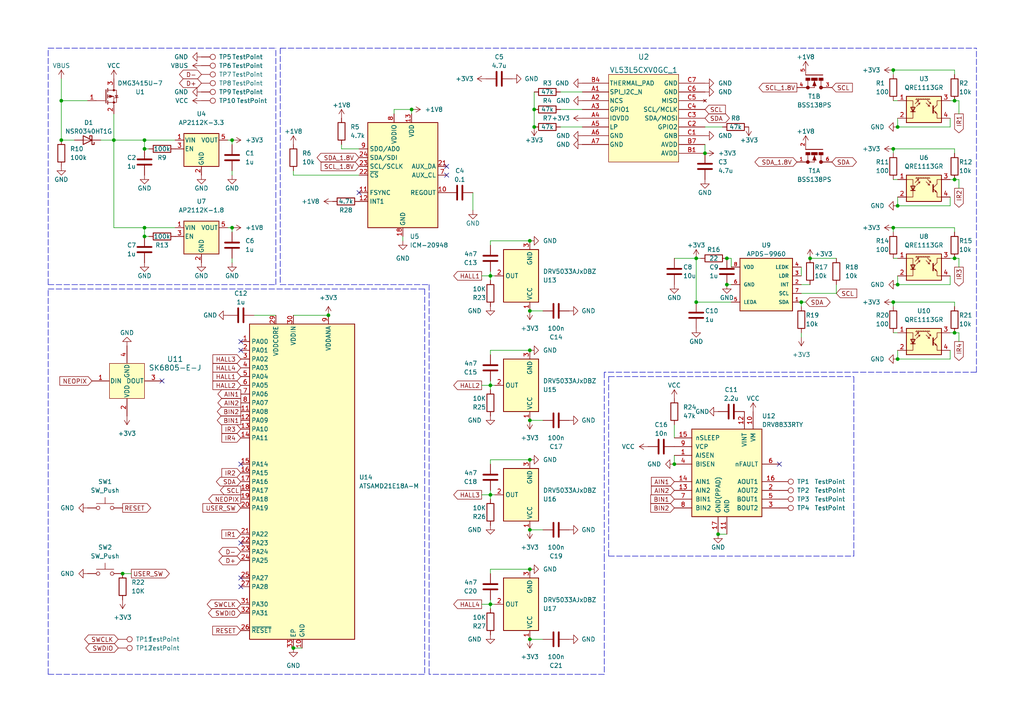
<source format=kicad_sch>
(kicad_sch (version 20211123) (generator eeschema)
  (paper "A4")
  (junction (at 153.67 165.1))
  (junction (at 67.31 66.04))
  (junction (at 154.94 36.83))
  (junction (at 260.35 36.83))
  (junction (at 95.25 91.44))
  (junction (at 17.78 29.21))
  (junction (at 201.93 74.93))
  (junction (at 41.91 40.64))
  (junction (at 41.91 66.04))
  (junction (at 276.86 74.93))
  (junction (at 153.67 153.67))
  (junction (at 41.91 68.58))
  (junction (at 276.86 52.07))
  (junction (at 259.08 66.04))
  (junction (at 260.35 82.55))
  (junction (at 142.24 175.26))
  (junction (at 259.08 87.63))
  (junction (at 153.67 69.85))
  (junction (at 153.67 101.6))
  (junction (at 153.67 133.35))
  (junction (at 276.86 29.21))
  (junction (at 142.24 111.76))
  (junction (at 154.94 31.75))
  (junction (at 201.93 87.63))
  (junction (at 232.41 87.63))
  (junction (at 210.82 74.93))
  (junction (at 142.24 143.51))
  (junction (at 119.38 31.75))
  (junction (at 153.67 121.92))
  (junction (at 210.82 82.55))
  (junction (at 204.47 44.45))
  (junction (at 17.78 40.64))
  (junction (at 153.67 185.42))
  (junction (at 35.56 166.37))
  (junction (at 153.67 90.17))
  (junction (at 142.24 80.01))
  (junction (at 85.09 187.96))
  (junction (at 260.35 104.14))
  (junction (at 234.95 74.93))
  (junction (at 276.86 96.52))
  (junction (at 259.08 43.18))
  (junction (at 33.02 40.64))
  (junction (at 259.08 20.32))
  (junction (at 260.35 59.69))
  (junction (at 41.91 43.18))
  (junction (at 195.58 134.62))
  (junction (at 208.28 154.94))
  (junction (at 67.31 40.64))
  (no_connect (at 69.85 157.48))
  (no_connect (at 69.85 167.64))
  (no_connect (at 104.14 55.88))
  (no_connect (at 129.54 50.8))
  (no_connect (at 46.99 110.49))
  (no_connect (at 69.85 134.62))
  (no_connect (at 69.85 101.6))
  (no_connect (at 129.54 48.26))
  (no_connect (at 226.06 134.62))
  (no_connect (at 69.85 99.06))
  (no_connect (at 69.85 170.18))
  (wire (pts (xy 260.35 104.14) (xy 275.59 104.14)))
  (wire (pts (xy 260.35 59.69) (xy 275.59 59.69)))
  (wire (pts (xy 153.67 69.85) (xy 142.24 69.85)))
  (wire (pts (xy 142.24 175.26) (xy 142.24 173.99)))
  (wire (pts (xy 157.48 185.42) (xy 153.67 185.42)))
  (wire (pts (xy 259.08 20.32) (xy 276.86 20.32)))
  (polyline (pts (xy 124.46 195.58) (xy 124.46 161.29)))
  (polyline (pts (xy 176.53 109.22) (xy 247.65 109.22)))
  (wire (pts (xy 259.08 74.93) (xy 260.35 74.93)))
  (wire (pts (xy 73.66 91.44) (xy 80.01 91.44)))
  (wire (pts (xy 142.24 111.76) (xy 142.24 110.49)))
  (wire (pts (xy 275.59 36.83) (xy 275.59 34.29)))
  (wire (pts (xy 114.3 31.75) (xy 114.3 33.02)))
  (wire (pts (xy 142.24 113.03) (xy 142.24 111.76)))
  (wire (pts (xy 275.59 104.14) (xy 275.59 101.6)))
  (wire (pts (xy 162.56 26.67) (xy 168.91 26.67)))
  (wire (pts (xy 35.56 166.37) (xy 38.1 166.37)))
  (wire (pts (xy 278.13 99.06) (xy 278.13 96.52)))
  (polyline (pts (xy 247.65 161.29) (xy 247.65 109.22)))
  (wire (pts (xy 278.13 52.07) (xy 276.86 52.07)))
  (wire (pts (xy 33.02 33.02) (xy 33.02 40.64)))
  (wire (pts (xy 210.82 74.93) (xy 212.09 74.93)))
  (wire (pts (xy 232.41 77.47) (xy 232.41 80.01)))
  (wire (pts (xy 85.09 187.96) (xy 87.63 187.96)))
  (wire (pts (xy 33.02 40.64) (xy 33.02 66.04)))
  (polyline (pts (xy 283.21 107.95) (xy 175.26 107.95)))
  (wire (pts (xy 114.3 31.75) (xy 119.38 31.75)))
  (wire (pts (xy 275.59 59.69) (xy 275.59 57.15)))
  (wire (pts (xy 21.59 40.64) (xy 17.78 40.64)))
  (wire (pts (xy 212.09 74.93) (xy 212.09 77.47)))
  (wire (pts (xy 153.67 101.6) (xy 142.24 101.6)))
  (polyline (pts (xy 175.26 161.29) (xy 175.26 195.58)))
  (wire (pts (xy 278.13 29.21) (xy 276.86 29.21)))
  (wire (pts (xy 233.68 87.63) (xy 232.41 87.63)))
  (wire (pts (xy 67.31 50.8) (xy 67.31 49.53)))
  (wire (pts (xy 278.13 54.61) (xy 278.13 52.07)))
  (polyline (pts (xy 175.26 161.29) (xy 175.26 161.29)))
  (polyline (pts (xy 13.97 195.58) (xy 13.97 83.82)))
  (wire (pts (xy 41.91 40.64) (xy 41.91 43.18)))
  (polyline (pts (xy 81.28 13.97) (xy 81.28 82.55)))
  (wire (pts (xy 232.41 87.63) (xy 232.41 88.9)))
  (wire (pts (xy 139.7 80.01) (xy 142.24 80.01)))
  (polyline (pts (xy 175.26 107.95) (xy 175.26 161.29)))
  (polyline (pts (xy 13.97 82.55) (xy 80.01 82.55)))
  (wire (pts (xy 142.24 133.35) (xy 142.24 134.62)))
  (polyline (pts (xy 124.46 161.29) (xy 124.46 107.95)))
  (polyline (pts (xy 124.46 82.55) (xy 124.46 107.95)))
  (wire (pts (xy 232.41 82.55) (xy 234.95 82.55)))
  (wire (pts (xy 260.35 34.29) (xy 260.35 36.83)))
  (wire (pts (xy 201.93 74.93) (xy 203.2 74.93)))
  (wire (pts (xy 85.09 91.44) (xy 95.25 91.44)))
  (wire (pts (xy 85.09 49.53) (xy 85.09 50.8)))
  (wire (pts (xy 208.28 154.94) (xy 210.82 154.94)))
  (wire (pts (xy 276.86 20.32) (xy 276.86 21.59)))
  (wire (pts (xy 43.18 43.18) (xy 41.91 43.18)))
  (wire (pts (xy 17.78 22.86) (xy 17.78 29.21)))
  (wire (pts (xy 153.67 133.35) (xy 142.24 133.35)))
  (wire (pts (xy 275.59 52.07) (xy 276.86 52.07)))
  (wire (pts (xy 278.13 29.21) (xy 278.13 33.02)))
  (wire (pts (xy 142.24 80.01) (xy 143.51 80.01)))
  (wire (pts (xy 142.24 144.78) (xy 142.24 143.51)))
  (wire (pts (xy 67.31 41.91) (xy 67.31 40.64)))
  (wire (pts (xy 85.09 50.8) (xy 104.14 50.8)))
  (wire (pts (xy 210.82 82.55) (xy 212.09 82.55)))
  (wire (pts (xy 33.02 66.04) (xy 41.91 66.04)))
  (wire (pts (xy 259.08 66.04) (xy 276.86 66.04)))
  (wire (pts (xy 278.13 74.93) (xy 276.86 74.93)))
  (wire (pts (xy 232.41 96.52) (xy 232.41 97.79)))
  (wire (pts (xy 259.08 66.04) (xy 259.08 67.31)))
  (wire (pts (xy 259.08 87.63) (xy 259.08 88.9)))
  (wire (pts (xy 157.48 153.67) (xy 153.67 153.67)))
  (wire (pts (xy 260.35 82.55) (xy 275.59 82.55)))
  (wire (pts (xy 41.91 66.04) (xy 50.8 66.04)))
  (polyline (pts (xy 175.26 195.58) (xy 124.46 195.58)))
  (wire (pts (xy 260.35 101.6) (xy 260.35 104.14)))
  (wire (pts (xy 275.59 74.93) (xy 276.86 74.93)))
  (wire (pts (xy 142.24 175.26) (xy 143.51 175.26)))
  (wire (pts (xy 201.93 74.93) (xy 201.93 87.63)))
  (wire (pts (xy 259.08 43.18) (xy 276.86 43.18)))
  (polyline (pts (xy 13.97 13.97) (xy 80.01 13.97)))
  (wire (pts (xy 41.91 66.04) (xy 41.91 68.58)))
  (polyline (pts (xy 176.53 109.22) (xy 176.53 161.29)))
  (wire (pts (xy 25.4 29.21) (xy 17.78 29.21)))
  (wire (pts (xy 259.08 20.32) (xy 259.08 21.59)))
  (wire (pts (xy 66.04 40.64) (xy 67.31 40.64)))
  (wire (pts (xy 242.57 82.55) (xy 242.57 85.09)))
  (wire (pts (xy 162.56 36.83) (xy 168.91 36.83)))
  (wire (pts (xy 119.38 31.75) (xy 119.38 33.02)))
  (polyline (pts (xy 123.19 83.82) (xy 123.19 195.58)))
  (polyline (pts (xy 81.28 13.97) (xy 283.21 13.97)))
  (wire (pts (xy 99.06 41.91) (xy 99.06 43.18)))
  (wire (pts (xy 278.13 77.47) (xy 278.13 74.93)))
  (wire (pts (xy 153.67 165.1) (xy 142.24 165.1)))
  (wire (pts (xy 204.47 41.91) (xy 204.47 44.45)))
  (wire (pts (xy 142.24 80.01) (xy 142.24 78.74)))
  (wire (pts (xy 259.08 52.07) (xy 260.35 52.07)))
  (wire (pts (xy 234.95 74.93) (xy 242.57 74.93)))
  (wire (pts (xy 67.31 67.31) (xy 67.31 66.04)))
  (wire (pts (xy 142.24 111.76) (xy 143.51 111.76)))
  (wire (pts (xy 142.24 143.51) (xy 143.51 143.51)))
  (wire (pts (xy 41.91 40.64) (xy 50.8 40.64)))
  (wire (pts (xy 275.59 82.55) (xy 275.59 80.01)))
  (wire (pts (xy 142.24 69.85) (xy 142.24 71.12)))
  (wire (pts (xy 142.24 143.51) (xy 142.24 142.24)))
  (wire (pts (xy 259.08 96.52) (xy 260.35 96.52)))
  (wire (pts (xy 195.58 123.19) (xy 195.58 127)))
  (wire (pts (xy 157.48 90.17) (xy 153.67 90.17)))
  (wire (pts (xy 260.35 36.83) (xy 275.59 36.83)))
  (wire (pts (xy 139.7 175.26) (xy 142.24 175.26)))
  (polyline (pts (xy 81.28 82.55) (xy 124.46 82.55)))
  (polyline (pts (xy 13.97 195.58) (xy 123.19 195.58)))
  (wire (pts (xy 139.7 111.76) (xy 142.24 111.76)))
  (wire (pts (xy 154.94 26.67) (xy 154.94 31.75)))
  (polyline (pts (xy 13.97 83.82) (xy 123.19 83.82)))
  (wire (pts (xy 142.24 165.1) (xy 142.24 166.37)))
  (polyline (pts (xy 176.53 161.29) (xy 247.65 161.29)))
  (wire (pts (xy 29.21 40.64) (xy 33.02 40.64)))
  (wire (pts (xy 276.86 87.63) (xy 276.86 88.9)))
  (wire (pts (xy 43.18 68.58) (xy 41.91 68.58)))
  (wire (pts (xy 154.94 31.75) (xy 154.94 36.83)))
  (polyline (pts (xy 13.97 82.55) (xy 13.97 13.97)))
  (wire (pts (xy 33.02 40.64) (xy 41.91 40.64)))
  (wire (pts (xy 67.31 76.2) (xy 67.31 74.93)))
  (wire (pts (xy 17.78 29.21) (xy 17.78 40.64)))
  (wire (pts (xy 116.84 68.58) (xy 116.84 69.85)))
  (wire (pts (xy 195.58 132.08) (xy 195.58 134.62)))
  (wire (pts (xy 204.47 36.83) (xy 209.55 36.83)))
  (wire (pts (xy 275.59 96.52) (xy 276.86 96.52)))
  (wire (pts (xy 259.08 29.21) (xy 260.35 29.21)))
  (wire (pts (xy 137.16 55.88) (xy 137.16 60.96)))
  (polyline (pts (xy 80.01 82.55) (xy 80.01 13.97)))
  (polyline (pts (xy 283.21 107.95) (xy 283.21 13.97)))
  (wire (pts (xy 139.7 143.51) (xy 142.24 143.51)))
  (wire (pts (xy 66.04 66.04) (xy 67.31 66.04)))
  (wire (pts (xy 276.86 43.18) (xy 276.86 44.45)))
  (wire (pts (xy 260.35 80.01) (xy 260.35 82.55)))
  (wire (pts (xy 259.08 43.18) (xy 259.08 44.45)))
  (wire (pts (xy 157.48 121.92) (xy 153.67 121.92)))
  (wire (pts (xy 259.08 87.63) (xy 276.86 87.63)))
  (wire (pts (xy 276.86 66.04) (xy 276.86 67.31)))
  (wire (pts (xy 99.06 43.18) (xy 104.14 43.18)))
  (wire (pts (xy 142.24 176.53) (xy 142.24 175.26)))
  (wire (pts (xy 275.59 29.21) (xy 276.86 29.21)))
  (wire (pts (xy 162.56 31.75) (xy 168.91 31.75)))
  (wire (pts (xy 201.93 87.63) (xy 212.09 87.63)))
  (wire (pts (xy 260.35 57.15) (xy 260.35 59.69)))
  (wire (pts (xy 242.57 85.09) (xy 232.41 85.09)))
  (wire (pts (xy 195.58 74.93) (xy 201.93 74.93)))
  (wire (pts (xy 142.24 81.28) (xy 142.24 80.01)))
  (wire (pts (xy 142.24 101.6) (xy 142.24 102.87)))
  (wire (pts (xy 278.13 96.52) (xy 276.86 96.52)))
  (global_label "SDA_1.8V" (shape bidirectional) (at 231.14 46.99 180) (property "Intersheet References" "${INTERSHEET_REFS}" (effects hide)))
  (global_label "SDA" (shape bidirectional) (at 69.85 139.7 180) (property "Intersheet References" "${INTERSHEET_REFS}" (effects hide)))
  (global_label "HALL1" (shape input) (at 69.85 109.22 180) (property "Intersheet References" "${INTERSHEET_REFS}" (effects hide)))
  (global_label "HALL4" (shape output) (at 139.7 175.26 180) (property "Intersheet References" "${INTERSHEET_REFS}" (effects hide)))
  (global_label "HALL2" (shape input) (at 69.85 111.76 180) (property "Intersheet References" "${INTERSHEET_REFS}" (effects hide)))
  (global_label "SDA" (shape bidirectional) (at 241.3 46.99 0) (property "Intersheet References" "${INTERSHEET_REFS}" (effects hide)))
  (global_label "USER_SW" (shape input) (at 69.85 147.32 180) (property "Intersheet References" "${INTERSHEET_REFS}" (effects hide)))
  (global_label "BIN1" (shape output) (at 69.85 121.92 180) (property "Intersheet References" "${INTERSHEET_REFS}" (effects hide)))
  (global_label "IR2" (shape input) (at 69.85 137.16 180) (property "Intersheet References" "${INTERSHEET_REFS}" (effects hide)))
  (global_label "SCL" (shape input) (at 242.57 85.09 0) (property "Intersheet References" "${INTERSHEET_REFS}" (effects hide)))
  (global_label "BIN1" (shape input) (at 195.58 144.78 180) (property "Intersheet References" "${INTERSHEET_REFS}" (effects hide)))
  (global_label "RESET" (shape input) (at 69.85 182.88 180) (property "Intersheet References" "${INTERSHEET_REFS}" (effects hide)))
  (global_label "SCL_1.8V" (shape input) (at 104.14 48.26 180) (property "Intersheet References" "${INTERSHEET_REFS}" (effects hide)))
  (global_label "D-" (shape bidirectional) (at 58.42 21.59 180) (property "Intersheet References" "${INTERSHEET_REFS}" (effects hide)))
  (global_label "HALL3" (shape input) (at 69.85 104.14 180) (property "Intersheet References" "${INTERSHEET_REFS}" (effects hide)))
  (global_label "IR1" (shape input) (at 69.85 154.94 180) (property "Intersheet References" "${INTERSHEET_REFS}" (effects hide)))
  (global_label "HALL4" (shape input) (at 69.85 106.68 180) (property "Intersheet References" "${INTERSHEET_REFS}" (effects hide)))
  (global_label "SCL" (shape input) (at 204.47 31.75 0) (property "Intersheet References" "${INTERSHEET_REFS}" (effects hide)))
  (global_label "SCL" (shape input) (at 241.3 25.4 0) (property "Intersheet References" "${INTERSHEET_REFS}" (effects hide)))
  (global_label "NEOPIX" (shape input) (at 26.67 110.49 180) (property "Intersheet References" "${INTERSHEET_REFS}" (effects hide)))
  (global_label "BIN2" (shape output) (at 69.85 119.38 180) (property "Intersheet References" "${INTERSHEET_REFS}" (effects hide)))
  (global_label "SWDIO" (shape bidirectional) (at 69.85 177.8 180) (property "Intersheet References" "${INTERSHEET_REFS}" (effects hide)))
  (global_label "IR3" (shape input) (at 69.85 124.46 180) (property "Intersheet References" "${INTERSHEET_REFS}" (effects hide)))
  (global_label "SCL" (shape output) (at 69.85 142.24 180) (property "Intersheet References" "${INTERSHEET_REFS}" (effects hide)))
  (global_label "SWCLK" (shape bidirectional) (at 69.85 175.26 180) (property "Intersheet References" "${INTERSHEET_REFS}" (effects hide)))
  (global_label "USER_SW" (shape output) (at 38.1 166.37 0) (property "Intersheet References" "${INTERSHEET_REFS}" (effects hide)))
  (global_label "D+" (shape bidirectional) (at 69.85 162.56 180) (property "Intersheet References" "${INTERSHEET_REFS}" (effects hide)))
  (global_label "SDA" (shape bidirectional) (at 204.47 34.29 0) (property "Intersheet References" "${INTERSHEET_REFS}" (effects hide)))
  (global_label "AIN1" (shape output) (at 69.85 114.3 180) (property "Intersheet References" "${INTERSHEET_REFS}" (effects hide)))
  (global_label "AIN1" (shape input) (at 195.58 139.7 180) (property "Intersheet References" "${INTERSHEET_REFS}" (effects hide)))
  (global_label "IR4" (shape output) (at 278.13 99.06 270) (property "Intersheet References" "${INTERSHEET_REFS}" (effects hide)))
  (global_label "D+" (shape bidirectional) (at 58.42 24.13 180) (property "Intersheet References" "${INTERSHEET_REFS}" (effects hide)))
  (global_label "IR2" (shape output) (at 278.13 54.61 270) (property "Intersheet References" "${INTERSHEET_REFS}" (effects hide)))
  (global_label "SDA" (shape bidirectional) (at 233.68 87.63 0) (property "Intersheet References" "${INTERSHEET_REFS}" (effects hide)))
  (global_label "IR1" (shape output) (at 278.13 33.02 270) (property "Intersheet References" "${INTERSHEET_REFS}" (effects hide)))
  (global_label "HALL1" (shape output) (at 139.7 80.01 180) (property "Intersheet References" "${INTERSHEET_REFS}" (effects hide)))
  (global_label "HALL3" (shape output) (at 139.7 143.51 180) (property "Intersheet References" "${INTERSHEET_REFS}" (effects hide)))
  (global_label "IR3" (shape output) (at 278.13 77.47 270) (property "Intersheet References" "${INTERSHEET_REFS}" (effects hide)))
  (global_label "HALL2" (shape output) (at 139.7 111.76 180) (property "Intersheet References" "${INTERSHEET_REFS}" (effects hide)))
  (global_label "RESET" (shape output) (at 35.56 147.32 0) (property "Intersheet References" "${INTERSHEET_REFS}" (effects hide)))
  (global_label "SWDIO" (shape bidirectional) (at 34.29 187.96 180) (property "Intersheet References" "${INTERSHEET_REFS}" (effects hide)))
  (global_label "BIN2" (shape input) (at 195.58 147.32 180) (property "Intersheet References" "${INTERSHEET_REFS}" (effects hide)))
  (global_label "AIN2" (shape input) (at 195.58 142.24 180) (property "Intersheet References" "${INTERSHEET_REFS}" (effects hide)))
  (global_label "IR4" (shape input) (at 69.85 127 180) (property "Intersheet References" "${INTERSHEET_REFS}" (effects hide)))
  (global_label "AIN2" (shape output) (at 69.85 116.84 180) (property "Intersheet References" "${INTERSHEET_REFS}" (effects hide)))
  (global_label "SCL_1.8V" (shape output) (at 231.14 25.4 180) (property "Intersheet References" "${INTERSHEET_REFS}" (effects hide)))
  (global_label "SWCLK" (shape bidirectional) (at 34.29 185.42 180) (property "Intersheet References" "${INTERSHEET_REFS}" (effects hide)))
  (global_label "D-" (shape bidirectional) (at 69.85 160.02 180) (property "Intersheet References" "${INTERSHEET_REFS}" (effects hide)))
  (global_label "SDA_1.8V" (shape bidirectional) (at 104.14 45.72 180) (property "Intersheet References" "${INTERSHEET_REFS}" (effects hide)))
  (global_label "NEOPIX" (shape output) (at 69.85 144.78 180) (property "Intersheet References" "${INTERSHEET_REFS}" (effects hide)))
  (symbol (lib_id "power:GND") (at 195.58 134.62 270) (unit 1)
    (property "Reference" "#PWR058" (effects hide))
    (property "Value" "GND" (at 191.77 134.6199 90) (effects (justify right)))
  )
  (symbol (lib_id "Device:C") (at 161.29 121.92 270) (unit 1)
    (property "Reference" "C17" (at 161.29 129.54 90))
    (property "Value" "100n" (at 161.29 127 90))
    (property "Footprint" "Capacitor_SMD:C_0603_1608Metric" (effects hide))
  )
  (symbol (lib_id "Connector:TestPoint") (at 226.06 142.24 270) (unit 1)
    (property "Reference" "TP2" (at 231.14 142.24 90) (effects (justify left)))
    (property "Value" "TestPoint" (at 236.22 142.24 90) (effects (justify left)))
    (property "Footprint" "TestPoint:TestPoint_Pad_D1.0mm" (effects hide))
  )
  (symbol (lib_id "Device:C") (at 41.91 72.39 0) (unit 1)
    (property "Reference" "C7" (at 36.83 71.12 0) (effects (justify left)))
    (property "Value" "1u" (at 36.83 73.66 0) (effects (justify left)))
    (property "Footprint" "Capacitor_SMD:C_0603_1608Metric" (effects hide))
  )
  (symbol (lib_id "power:GND") (at 142.24 88.9 0) (unit 1)
    (property "Reference" "#PWR061" (effects hide))
    (property "Value" "GND" (at 139.7 90.1701 0) (effects (justify right)))
  )
  (symbol (lib_id "power:GND") (at 153.67 101.6 90) (unit 1)
    (property "Reference" "#PWR064" (effects hide))
    (property "Value" "GND" (at 157.48 101.5999 90) (effects (justify right)))
  )
  (symbol (lib_id "power:GND") (at 168.91 41.91 270) (unit 1)
    (property "Reference" "#PWR019" (effects hide))
    (property "Value" "GND" (at 161.29 41.91 90) (effects (justify left)))
  )
  (symbol (lib_id "Device:C") (at 142.24 74.93 180) (unit 1)
    (property "Reference" "C13" (at 138.43 76.2001 0) (effects (justify left)))
    (property "Value" "4n7" (at 138.43 73.6601 0) (effects (justify left)))
    (property "Footprint" "Capacitor_SMD:C_0603_1608Metric" (effects hide))
  )
  (symbol (lib_id "power:GND") (at 165.1 185.42 90) (unit 1)
    (property "Reference" "#PWR078" (effects hide))
    (property "Value" "GND" (at 172.72 185.42 90) (effects (justify left)))
  )
  (symbol (lib_id "Device:R") (at 158.75 26.67 270) (unit 1)
    (property "Reference" "R3" (at 158.75 24.13 90))
    (property "Value" "47k" (at 158.75 26.67 90))
    (property "Footprint" "Resistor_SMD:R_0603_1608Metric" (effects hide))
  )
  (symbol (lib_id "Device:R") (at 259.08 71.12 0) (unit 1)
    (property "Reference" "R14" (at 254 69.85 0) (effects (justify left)))
    (property "Value" "100" (at 254 72.39 0) (effects (justify left)))
    (property "Footprint" "Resistor_SMD:R_0603_1608Metric" (effects hide))
  )
  (symbol (lib_id "power:+3V3") (at 140.97 22.86 90) (unit 1)
    (property "Reference" "#PWR028" (effects hide))
    (property "Value" "+3V3" (at 132.08 22.86 90) (effects (justify right)))
  )
  (symbol (lib_id "power:GND") (at 142.24 120.65 0) (unit 1)
    (property "Reference" "#PWR066" (effects hide))
    (property "Value" "GND" (at 139.7 121.9201 0) (effects (justify right)))
  )
  (symbol (lib_id "Device:R") (at 259.08 48.26 0) (unit 1)
    (property "Reference" "R11" (at 254 46.99 0) (effects (justify left)))
    (property "Value" "100" (at 254 49.53 0) (effects (justify left)))
    (property "Footprint" "Resistor_SMD:R_0603_1608Metric" (effects hide))
  )
  (symbol (lib_id "power:GND") (at 66.04 91.44 270) (unit 1)
    (property "Reference" "#PWR050" (effects hide))
    (property "Value" "GND" (at 60.96 91.44 90))
  )
  (symbol (lib_id "Driver_Motor:DRV8833RTY") (at 210.82 137.16 0) (unit 1)
    (property "Reference" "U12" (at 220.98 120.65 0) (effects (justify left)))
    (property "Value" "DRV8833RTY" (at 220.98 123.19 0) (effects (justify left)))
    (property "Footprint" "Package_DFN_QFN:Texas_S-PWQFN-N16_EP2.1x2.1mm_ThermalVias" (effects hide))
    (property "Datasheet" "http://www.ti.com/lit/ds/symlink/drv8833.pdf" (effects hide))
  )
  (symbol (lib_id "Connector:TestPoint") (at 58.42 21.59 270) (unit 1)
    (property "Reference" "TP7" (at 63.5 21.59 90) (effects (justify left)))
    (property "Value" "TestPoint" (at 67.31 21.59 90) (effects (justify left)))
    (property "Footprint" "TestPoint:TestPoint_Pad_D1.0mm" (effects hide))
  )
  (symbol (lib_id "power:GND") (at 41.91 50.8 0) (unit 1)
    (property "Reference" "#PWR024" (effects hide))
    (property "Value" "GND" (at 41.91 54.61 0))
  )
  (symbol (lib_id "power:GND") (at 58.42 26.67 270) (unit 1)
    (property "Reference" "#PWR080" (effects hide))
    (property "Value" "GND" (at 54.61 26.6699 90) (effects (justify right)))
  )
  (symbol (lib_id "Device:C") (at 69.85 91.44 90) (unit 1)
    (property "Reference" "C12" (at 69.85 85.09 90))
    (property "Value" "1u" (at 69.85 87.63 90))
    (property "Footprint" "Capacitor_SMD:C_0603_1608Metric" (effects hide))
  )
  (symbol (lib_id "Device:R") (at 100.33 58.42 90) (unit 1)
    (property "Reference" "R28" (at 100.33 60.96 90))
    (property "Value" "4.7k" (at 100.33 58.42 90))
    (property "Footprint" "Resistor_SMD:R_0603_1608Metric" (effects hide))
  )
  (symbol (lib_id "power:GND") (at 204.47 52.07 0) (unit 1)
    (property "Reference" "#PWR030" (effects hide))
    (property "Value" "GND" (at 204.47 55.88 0))
  )
  (symbol (lib_id "power:GND") (at 67.31 76.2 0) (unit 1)
    (property "Reference" "#PWR038" (effects hide))
    (property "Value" "GND" (at 67.31 80.01 0))
  )
  (symbol (lib_id "power:GND") (at 204.47 39.37 90) (unit 1)
    (property "Reference" "#PWR018" (effects hide))
    (property "Value" "GND" (at 208.28 39.3699 90) (effects (justify right)))
  )
  (symbol (lib_id "power:GND") (at 204.47 26.67 90) (unit 1)
    (property "Reference" "#PWR08" (effects hide))
    (property "Value" "GND" (at 208.28 26.6699 90) (effects (justify right)))
  )
  (symbol (lib_id "BSS138PS:BSS138PS") (at 236.22 46.99 270) (unit 1)
    (property "Reference" "T1" (at 236.1946 49.53 90))
    (property "Value" "BSS138PS" (at 236.1946 52.07 90))
    (property "Footprint" "BSS138:SOT363" (effects hide))
  )
  (symbol (lib_id "Sensor_Proximity:QRE1113GR") (at 267.97 77.47 0) (unit 1)
    (property "Reference" "U8" (at 267.97 68.58 0))
    (property "Value" "QRE1113GR" (at 267.97 71.12 0))
    (property "Footprint" "OptoDevice:OnSemi_CASE100CY" (effects hide))
    (property "Datasheet" "http://www.onsemi.com/pub/Collateral/QRE1113-D.PDF" (effects hide))
  )
  (symbol (lib_id "Connector:TestPoint") (at 58.42 19.05 270) (unit 1)
    (property "Reference" "TP6" (at 63.5 19.05 90) (effects (justify left)))
    (property "Value" "TestPoint" (at 67.31 19.05 90) (effects (justify left)))
    (property "Footprint" "TestPoint:TestPoint_Pad_D1.0mm" (effects hide))
  )
  (symbol (lib_id "power:+1V8") (at 233.68 20.32 0) (unit 1)
    (property "Reference" "#PWR01" (effects hide))
    (property "Value" "+1V8" (at 233.68 16.51 0))
  )
  (symbol (lib_id "power:+3V3") (at 154.94 36.83 180) (unit 1)
    (property "Reference" "#PWR013" (effects hide))
    (property "Value" "+3V3" (at 154.94 40.64 0))
  )
  (symbol (lib_id "power:+1V8") (at 119.38 31.75 270) (unit 1)
    (property "Reference" "#PWR05" (effects hide))
    (property "Value" "+1V8" (at 123.19 31.7499 90) (effects (justify left)))
  )
  (symbol (lib_id "power:+3V3") (at 95.25 91.44 0) (unit 1)
    (property "Reference" "#PWR053" (effects hide))
    (property "Value" "+3V3" (at 95.25 86.36 0))
  )
  (symbol (lib_id "Device:C") (at 161.29 185.42 270) (unit 1)
    (property "Reference" "C21" (at 161.29 193.04 90))
    (property "Value" "100n" (at 161.29 190.5 90))
    (property "Footprint" "Capacitor_SMD:C_0603_1608Metric" (effects hide))
  )
  (symbol (lib_id "power:+3V3") (at 259.08 20.32 90) (unit 1)
    (property "Reference" "#PWR02" (effects hide))
    (property "Value" "+3V3" (at 252.73 20.32 90))
  )
  (symbol (lib_id "Sensor_Proximity:QRE1113GR") (at 267.97 31.75 0) (unit 1)
    (property "Reference" "U3" (at 267.97 22.86 0))
    (property "Value" "QRE1113GR" (at 267.97 25.4 0))
    (property "Footprint" "OptoDevice:OnSemi_CASE100CY" (effects hide))
    (property "Datasheet" "http://www.onsemi.com/pub/Collateral/QRE1113-D.PDF" (effects hide))
  )
  (symbol (lib_id "power:GND") (at 148.59 22.86 90) (unit 1)
    (property "Reference" "#PWR029" (effects hide))
    (property "Value" "GND" (at 156.21 22.86 90) (effects (justify left)))
  )
  (symbol (lib_id "power:+3V3") (at 232.41 97.79 180) (unit 1)
    (property "Reference" "#PWR047" (effects hide))
    (property "Value" "+3V3" (at 232.41 102.87 0))
  )
  (symbol (lib_id "Device:R") (at 85.09 45.72 180) (unit 1)
    (property "Reference" "R6" (at 87.63 44.45 0) (effects (justify right)))
    (property "Value" "10k" (at 87.63 46.99 0) (effects (justify right)))
    (property "Footprint" "Resistor_SMD:R_0603_1608Metric" (effects hide))
  )
  (symbol (lib_id "power:GND") (at 153.67 69.85 90) (unit 1)
    (property "Reference" "#PWR060" (effects hide))
    (property "Value" "GND" (at 157.48 69.8499 90) (effects (justify right)))
  )
  (symbol (lib_id "Device:C") (at 204.47 48.26 0) (unit 1)
    (property "Reference" "C3" (at 208.28 46.9899 0) (effects (justify left)))
    (property "Value" "4.7u" (at 208.28 49.5299 0) (effects (justify left)))
    (property "Footprint" "Capacitor_SMD:C_0603_1608Metric" (effects hide))
  )
  (symbol (lib_id "power:GND") (at 142.24 184.15 0) (unit 1)
    (property "Reference" "#PWR076" (effects hide))
    (property "Value" "GND" (at 139.7 185.4201 0) (effects (justify right)))
  )
  (symbol (lib_id "Device:C") (at 142.24 138.43 180) (unit 1)
    (property "Reference" "C18" (at 138.43 139.7001 0) (effects (justify left)))
    (property "Value" "4n7" (at 138.43 137.1601 0) (effects (justify left)))
    (property "Footprint" "Capacitor_SMD:C_0603_1608Metric" (effects hide))
  )
  (symbol (lib_id "Connector:TestPoint") (at 226.06 139.7 270) (unit 1)
    (property "Reference" "TP1" (at 231.14 139.7 90) (effects (justify left)))
    (property "Value" "TestPoint" (at 236.22 139.7 90) (effects (justify left)))
    (property "Footprint" "TestPoint:TestPoint_Pad_D1.0mm" (effects hide))
  )
  (symbol (lib_id "power:+3V3") (at 168.91 34.29 90) (unit 1)
    (property "Reference" "#PWR012" (effects hide))
    (property "Value" "+3V3" (at 160.02 34.29 90) (effects (justify right)))
  )
  (symbol (lib_id "Device:C") (at 210.82 78.74 0) (unit 1)
    (property "Reference" "C9" (at 205.74 77.47 0) (effects (justify left)))
    (property "Value" "1u" (at 205.74 80.01 0) (effects (justify left)))
    (property "Footprint" "Capacitor_SMD:C_0603_1608Metric" (effects hide))
  )
  (symbol (lib_id "power:GND") (at 58.42 76.2 0) (unit 1)
    (property "Reference" "#PWR037" (effects hide))
    (property "Value" "GND" (at 58.42 80.01 0))
  )
  (symbol (lib_id "power:GND") (at 165.1 90.17 90) (unit 1)
    (property "Reference" "#PWR063" (effects hide))
    (property "Value" "GND" (at 172.72 90.17 90) (effects (justify left)))
  )
  (symbol (lib_id "Device:C") (at 191.77 129.54 90) (unit 1)
    (property "Reference" "C16" (at 191.77 123.19 90))
    (property "Value" "10n" (at 191.77 125.73 90))
    (property "Footprint" "Capacitor_SMD:C_0603_1608Metric" (effects hide))
  )
  (symbol (lib_id "Device:R") (at 142.24 148.59 180) (unit 1)
    (property "Reference" "R26" (at 140.97 149.86 0) (effects (justify left)))
    (property "Value" "10K" (at 140.97 147.32 0) (effects (justify left)))
    (property "Footprint" "Resistor_SMD:R_0603_1608Metric" (effects hide))
  )
  (symbol (lib_id "Device:R") (at 35.56 170.18 0) (unit 1)
    (property "Reference" "R22" (at 38.1 168.9099 0) (effects (justify left)))
    (property "Value" "10K" (at 38.1 171.4499 0) (effects (justify left)))
    (property "Footprint" "Resistor_SMD:R_0603_1608Metric" (effects hide))
  )
  (symbol (lib_id "power:+3V3") (at 153.67 121.92 180) (unit 1)
    (property "Reference" "#PWR067" (effects hide))
    (property "Value" "+3V3" (at 153.67 127 0))
  )
  (symbol (lib_id "Device:C") (at 195.58 78.74 0) (unit 1)
    (property "Reference" "C8" (at 198.12 77.47 0) (effects (justify left)))
    (property "Value" "10u" (at 198.12 80.01 0) (effects (justify left)))
    (property "Footprint" "Capacitor_SMD:C_0603_1608Metric" (effects hide))
  )
  (symbol (lib_id "power:GND") (at 168.91 39.37 270) (unit 1)
    (property "Reference" "#PWR017" (effects hide))
    (property "Value" "GND" (at 161.29 39.37 90) (effects (justify left)))
  )
  (symbol (lib_id "power:GND") (at 58.42 50.8 0) (unit 1)
    (property "Reference" "#PWR025" (effects hide))
    (property "Value" "GND" (at 58.42 54.61 0))
  )
  (symbol (lib_id "power:VCC") (at 218.44 119.38 0) (unit 1)
    (property "Reference" "#PWR052" (effects hide))
    (property "Value" "VCC" (at 218.44 115.57 0))
  )
  (symbol (lib_id "Sensor_Magnetic:DRV5033AJxDBZ") (at 151.13 175.26 180) (unit 1)
    (property "Reference" "U17" (at 157.48 176.5301 0) (effects (justify right)))
    (property "Value" "DRV5033AJxDBZ" (at 157.48 173.9901 0) (effects (justify right)))
    (property "Footprint" "Package_TO_SOT_SMD:SOT-23" (effects hide))
    (property "Datasheet" "https://www.ti.com/lit/ds/symlink/drv5033.pdf" (effects hide))
  )
  (symbol (lib_id "power:GND") (at 195.58 82.55 0) (unit 1)
    (property "Reference" "#PWR041" (effects hide))
    (property "Value" "GND" (at 195.58 86.36 0))
  )
  (symbol (lib_id "power:VBUS") (at 17.78 22.86 0) (unit 1)
    (property "Reference" "#PWR03" (effects hide))
    (property "Value" "VBUS" (at 17.78 19.05 0))
  )
  (symbol (lib_id "Device:R") (at 99.06 38.1 180) (unit 1)
    (property "Reference" "R5" (at 101.6 36.83 0) (effects (justify right)))
    (property "Value" "4.7k" (at 101.6 39.37 0) (effects (justify right)))
    (property "Footprint" "Resistor_SMD:R_0603_1608Metric" (effects hide))
  )
  (symbol (lib_id "Switch:SW_Push") (at 30.48 147.32 0) (unit 1)
    (property "Reference" "SW1" (at 30.48 139.7 0))
    (property "Value" "SW_Push" (at 30.48 142.24 0))
    (property "Footprint" "Button_Switch_SMD:SW_Push_SPST_NO_Alps_SKRK" (effects hide))
  )
  (symbol (lib_id "Connector:TestPoint") (at 58.42 26.67 270) (unit 1)
    (property "Reference" "TP9" (at 63.5 26.67 90) (effects (justify left)))
    (property "Value" "TestPoint" (at 67.31 26.67 90) (effects (justify left)))
    (property "Footprint" "TestPoint:TestPoint_Pad_D1.0mm" (effects hide))
  )
  (symbol (lib_id "power:GND") (at 260.35 36.83 270) (unit 1)
    (property "Reference" "#PWR015" (effects hide))
    (property "Value" "GND" (at 256.54 36.8299 90) (effects (justify right)))
  )
  (symbol (lib_id "power:+3V3") (at 234.95 74.93 0) (unit 1)
    (property "Reference" "#PWR040" (effects hide))
    (property "Value" "+3V3" (at 236.22 73.66 0) (effects (justify left)))
  )
  (symbol (lib_id "Connector:TestPoint") (at 226.06 144.78 270) (unit 1)
    (property "Reference" "TP3" (at 231.14 144.78 90) (effects (justify left)))
    (property "Value" "TestPoint" (at 236.22 144.78 90) (effects (justify left)))
    (property "Footprint" "TestPoint:TestPoint_Pad_D1.0mm" (effects hide))
  )
  (symbol (lib_id "Device:C") (at 212.09 119.38 90) (unit 1)
    (property "Reference" "C11" (at 212.09 113.03 90))
    (property "Value" "2.2u" (at 212.09 115.57 90))
    (property "Footprint" "Capacitor_SMD:C_0603_1608Metric" (effects hide))
  )
  (symbol (lib_id "DMG3415U:DMG3415U-7") (at 33.02 27.94 0) (unit 1)
    (property "Reference" "U1" (at 40.64 26.67 0))
    (property "Value" "DMG3415U-7" (at 40.64 24.13 0))
    (property "Footprint" "DMG3415U:SOT95P240X105-3N" (effects hide))
    (property "MPN" "DMG3415U-7" (effects hide))
    (property "OC_FARNELL" "1843688" (effects hide))
    (property "OC_NEWARK" "12T2026" (effects hide))
    (property "SUPPLIER" "Diodes Inc" (effects hide))
    (property "PACKAGE" "SOT-23-3" (effects hide))
  )
  (symbol (lib_id "Device:C") (at 161.29 153.67 270) (unit 1)
    (property "Reference" "C19" (at 161.29 161.29 90))
    (property "Value" "100n" (at 161.29 158.75 90))
    (property "Footprint" "Capacitor_SMD:C_0603_1608Metric" (effects hide))
  )
  (symbol (lib_id "Regulator_Linear:AP2112K-3.3") (at 58.42 43.18 0) (unit 1)
    (property "Reference" "U4" (at 58.42 33.02 0))
    (property "Value" "AP2112K-3.3" (at 58.42 35.56 0))
    (property "Footprint" "Package_TO_SOT_SMD:SOT-23-5" (effects hide))
    (property "Datasheet" "https://www.diodes.com/assets/Datasheets/AP2112.pdf" (effects hide))
  )
  (symbol (lib_id "APDS-9960.:APDS-9960") (at 222.25 82.55 0) (unit 1)
    (property "Reference" "U9" (at 222.25 71.12 0))
    (property "Value" "APDS-9960" (at 222.25 73.66 0))
    (property "Footprint" "APDS-9960:APDS-9960" (effects hide))
    (property "PROD_ID" "SEN-12005" (effects hide))
  )
  (symbol (lib_id "power:+3V3") (at 201.93 74.93 0) (unit 1)
    (property "Reference" "#PWR039" (effects hide))
    (property "Value" "+3V3" (at 201.93 71.12 0))
  )
  (symbol (lib_id "Sensor_Magnetic:DRV5033AJxDBZ") (at 151.13 80.01 180) (unit 1)
    (property "Reference" "U13" (at 157.48 81.2801 0) (effects (justify right)))
    (property "Value" "DRV5033AJxDBZ" (at 157.48 78.7401 0) (effects (justify right)))
    (property "Footprint" "Package_TO_SOT_SMD:SOT-23" (effects hide))
    (property "Datasheet" "https://www.ti.com/lit/ds/symlink/drv5033.pdf" (effects hide))
  )
  (symbol (lib_id "Device:R") (at 232.41 92.71 0) (unit 1)
    (property "Reference" "R19" (at 233.68 91.44 0) (effects (justify left)))
    (property "Value" "10k" (at 233.68 93.98 0) (effects (justify left)))
    (property "Footprint" "Resistor_SMD:R_0603_1608Metric" (effects hide))
  )
  (symbol (lib_id "Device:R") (at 46.99 43.18 270) (unit 1)
    (property "Reference" "R9" (at 46.99 45.72 90))
    (property "Value" "100k" (at 46.99 43.18 90))
    (property "Footprint" "Resistor_SMD:R_0603_1608Metric" (effects hide))
  )
  (symbol (lib_id "Device:R") (at 242.57 78.74 0) (unit 1)
    (property "Reference" "R18" (at 245.11 77.4699 0) (effects (justify left)))
    (property "Value" "10k" (at 245.11 80.0099 0) (effects (justify left)))
    (property "Footprint" "Resistor_SMD:R_0603_1608Metric" (effects hide))
  )
  (symbol (lib_id "power:GND") (at 36.83 100.33 180) (unit 1)
    (property "Reference" "#PWR045" (effects hide))
    (property "Value" "GND" (at 36.83 96.52 0))
  )
  (symbol (lib_id "Device:R") (at 276.86 71.12 0) (unit 1)
    (property "Reference" "R15" (at 278.13 69.85 0) (effects (justify left)))
    (property "Value" "10k" (at 278.13 72.39 0) (effects (justify left)))
    (property "Footprint" "Resistor_SMD:R_0603_1608Metric" (effects hide))
  )
  (symbol (lib_id "power:GND") (at 201.93 95.25 0) (unit 1)
    (property "Reference" "#PWR046" (effects hide))
    (property "Value" "GND" (at 201.93 99.06 0))
  )
  (symbol (lib_id "power:GND") (at 168.91 24.13 270) (unit 1)
    (property "Reference" "#PWR06" (effects hide))
    (property "Value" "GND" (at 165.1 24.1299 90) (effects (justify right)))
  )
  (symbol (lib_id "Device:C") (at 133.35 55.88 90) (unit 1)
    (property "Reference" "C4" (at 133.35 49.53 90))
    (property "Value" "0.1" (at 133.35 52.07 90))
    (property "Footprint" "Capacitor_SMD:C_0603_1608Metric" (effects hide))
  )
  (symbol (lib_id "power:+3V3") (at 35.56 173.99 180) (unit 1)
    (property "Reference" "#PWR057" (effects hide))
    (property "Value" "+3V3" (at 35.56 179.07 0))
  )
  (symbol (lib_id "power:GND") (at 165.1 153.67 90) (unit 1)
    (property "Reference" "#PWR074" (effects hide))
    (property "Value" "GND" (at 172.72 153.67 90) (effects (justify left)))
  )
  (symbol (lib_id "power:+1V8") (at 85.09 41.91 0) (unit 1)
    (property "Reference" "#PWR011" (effects hide))
    (property "Value" "+1V8" (at 85.09 38.1 0))
  )
  (symbol (lib_id "power:GND") (at 260.35 82.55 270) (unit 1)
    (property "Reference" "#PWR043" (effects hide))
    (property "Value" "GND" (at 256.54 82.5499 90) (effects (justify right)))
  )
  (symbol (lib_id "Device:C") (at 67.31 71.12 0) (unit 1)
    (property "Reference" "C6" (at 71.12 69.8499 0) (effects (justify left)))
    (property "Value" "1u" (at 71.12 72.3899 0) (effects (justify left)))
    (property "Footprint" "Capacitor_SMD:C_0603_1608Metric" (effects hide))
  )
  (symbol (lib_id "Switch:SW_Push") (at 30.48 166.37 0) (unit 1)
    (property "Reference" "SW2" (at 30.48 158.75 0))
    (property "Value" "SW_Push" (at 30.48 161.29 0))
    (property "Footprint" "Button_Switch_SMD:SW_Push_SPST_NO_Alps_SKRK" (effects hide))
  )
  (symbol (lib_id "power:+3V3") (at 204.47 44.45 270) (unit 1)
    (property "Reference" "#PWR022" (effects hide))
    (property "Value" "+3V3" (at 208.28 44.4499 90) (effects (justify left)))
  )
  (symbol (lib_id "power:+1V8") (at 233.68 41.91 0) (unit 1)
    (property "Reference" "#PWR020" (effects hide))
    (property "Value" "+1V8" (at 233.68 38.1 0))
  )
  (symbol (lib_id "power:GND") (at 41.91 76.2 0) (unit 1)
    (property "Reference" "#PWR036" (effects hide))
    (property "Value" "GND" (at 41.91 80.01 0))
  )
  (symbol (lib_id "power:+3V3") (at 153.67 153.67 180) (unit 1)
    (property "Reference" "#PWR073" (effects hide))
    (property "Value" "+3V3" (at 153.67 158.75 0))
  )
  (symbol (lib_id "power:+3V3") (at 67.31 40.64 270) (unit 1)
    (property "Reference" "#PWR016" (effects hide))
    (property "Value" "+3V3" (at 71.12 40.6399 90) (effects (justify left)))
  )
  (symbol (lib_id "Device:R") (at 158.75 36.83 270) (unit 1)
    (property "Reference" "R7" (at 158.75 34.29 90))
    (property "Value" "47k" (at 158.75 36.83 90))
    (property "Footprint" "Resistor_SMD:R_0603_1608Metric" (effects hide))
  )
  (symbol (lib_id "Device:C") (at 67.31 45.72 0) (unit 1)
    (property "Reference" "C1" (at 71.12 44.4499 0) (effects (justify left)))
    (property "Value" "1u" (at 71.12 46.9899 0) (effects (justify left)))
    (property "Footprint" "Capacitor_SMD:C_0603_1608Metric" (effects hide))
  )
  (symbol (lib_id "Device:C") (at 142.24 170.18 180) (unit 1)
    (property "Reference" "C20" (at 138.43 171.4501 0) (effects (justify left)))
    (property "Value" "4n7" (at 138.43 168.9101 0) (effects (justify left)))
    (property "Footprint" "Capacitor_SMD:C_0603_1608Metric" (effects hide))
  )
  (symbol (lib_id "Device:C") (at 41.91 46.99 0) (unit 1)
    (property "Reference" "C2" (at 36.83 45.72 0) (effects (justify left)))
    (property "Value" "1u" (at 36.83 48.26 0) (effects (justify left)))
    (property "Footprint" "Capacitor_SMD:C_0603_1608Metric" (effects hide))
  )
  (symbol (lib_id "Connector:TestPoint") (at 226.06 147.32 270) (unit 1)
    (property "Reference" "TP4" (at 231.14 147.32 90) (effects (justify left)))
    (property "Value" "TestPoint" (at 236.22 147.32 90) (effects (justify left)))
    (property "Footprint" "TestPoint:TestPoint_Pad_D1.0mm" (effects hide))
  )
  (symbol (lib_id "power:+3V3") (at 259.08 87.63 90) (unit 1)
    (property "Reference" "#PWR044" (effects hide))
    (property "Value" "+3V3" (at 252.73 87.63 90))
  )
  (symbol (lib_id "power:GND") (at 137.16 60.96 0) (unit 1)
    (property "Reference" "#PWR031" (effects hide))
    (property "Value" "GND" (at 137.16 64.77 0))
  )
  (symbol (lib_id "power:GND") (at 153.67 133.35 90) (unit 1)
    (property "Reference" "#PWR069" (effects hide))
    (property "Value" "GND" (at 157.48 133.3499 90) (effects (justify right)))
  )
  (symbol (lib_id "Device:C") (at 161.29 90.17 270) (unit 1)
    (property "Reference" "C14" (at 161.29 97.79 90))
    (property "Value" "100n" (at 161.29 95.25 90))
    (property "Footprint" "Capacitor_SMD:C_0603_1608Metric" (effects hide))
  )
  (symbol (lib_id "power:+3V3") (at 36.83 120.65 180) (unit 1)
    (property "Reference" "#PWR079" (effects hide))
    (property "Value" "+3V3" (at 36.83 125.73 0))
  )
  (symbol (lib_id "Connector:TestPoint") (at 58.42 29.21 270) (unit 1)
    (property "Reference" "TP10" (at 63.5 29.21 90) (effects (justify left)))
    (property "Value" "TestPoint" (at 68.58 29.21 90) (effects (justify left)))
    (property "Footprint" "TestPoint:TestPoint_Pad_D1.0mm" (effects hide))
  )
  (symbol (lib_id "Device:R") (at 17.78 44.45 0) (unit 1)
    (property "Reference" "R10" (at 20.32 43.18 0) (effects (justify left)))
    (property "Value" "100k" (at 20.32 45.72 0) (effects (justify left)))
    (property "Footprint" "Resistor_SMD:R_0603_1608Metric" (effects hide))
  )
  (symbol (lib_id "power:GND") (at 208.28 154.94 0) (unit 1)
    (property "Reference" "#PWR065" (effects hide))
    (property "Value" "GND" (at 208.28 158.75 0))
  )
  (symbol (lib_id "VL53L5CX:VL53L5CXV0GC_1") (at 168.91 24.13 0) (unit 1)
    (property "Reference" "U2" (at 186.69 16.51 0) (effects (font (size 1.524 1.524))))
    (property "Value" "VL53L5CXV0GC_1" (at 186.69 20.32 0) (effects (font (size 1.524 1.524))))
    (property "Footprint" "VL53L5CX:LGA_CXV0GC&slash_1_STM" (effects hide))
    (property "Datasheet" "VL53L5CXV0GC/1" (effects hide))
  )
  (symbol (lib_id "Device:R") (at 142.24 180.34 180) (unit 1)
    (property "Reference" "R27" (at 140.97 181.61 0) (effects (justify left)))
    (property "Value" "10K" (at 140.97 179.07 0) (effects (justify left)))
    (property "Footprint" "Resistor_SMD:R_0603_1608Metric" (effects hide))
  )
  (symbol (lib_id "SK6805-E-J:SK6805-E-J") (at 22.86 110.49 0) (unit 1)
    (property "Reference" "U11" (at 50.8 104.14 0) (effects (font (size 1.524 1.524))))
    (property "Value" "SK6805-E-J" (at 50.8 106.68 0) (effects (font (size 1.524 1.524))))
    (property "Footprint" "SK6805-E-J:4492_ADA" (effects hide))
    (property "Datasheet" "4492" (effects hide))
  )
  (symbol (lib_id "Sensor_Proximity:QRE1113GR") (at 267.97 99.06 0) (unit 1)
    (property "Reference" "U10" (at 267.97 90.17 0))
    (property "Value" "QRE1113GR" (at 267.97 92.71 0))
    (property "Footprint" "OptoDevice:OnSemi_CASE100CY" (effects hide))
    (property "Datasheet" "http://www.onsemi.com/pub/Collateral/QRE1113-D.PDF" (effects hide))
  )
  (symbol (lib_id "power:VCC") (at 195.58 115.57 0) (unit 1)
    (property "Reference" "#PWR049" (effects hide))
    (property "Value" "VCC" (at 195.58 111.76 0))
  )
  (symbol (lib_id "power:+3V3") (at 153.67 185.42 180) (unit 1)
    (property "Reference" "#PWR077" (effects hide))
    (property "Value" "+3V3" (at 153.67 190.5 0))
  )
  (symbol (lib_id "Regulator_Linear:AP2112K-1.8") (at 58.42 68.58 0) (unit 1)
    (property "Reference" "U7" (at 58.42 58.42 0))
    (property "Value" "AP2112K-1.8" (at 58.42 60.96 0))
    (property "Footprint" "Package_TO_SOT_SMD:SOT-23-5" (effects hide))
    (property "Datasheet" "https://www.diodes.com/assets/Datasheets/AP2112.pdf" (effects hide))
  )
  (symbol (lib_id "Device:R") (at 276.86 92.71 0) (unit 1)
    (property "Reference" "R21" (at 278.13 91.44 0) (effects (justify left)))
    (property "Value" "10k" (at 278.13 93.98 0) (effects (justify left)))
    (property "Footprint" "Resistor_SMD:R_0603_1608Metric" (effects hide))
  )
  (symbol (lib_id "Connector:TestPoint") (at 58.42 24.13 270) (unit 1)
    (property "Reference" "TP8" (at 63.5 24.13 90) (effects (justify left)))
    (property "Value" "TestPoint" (at 67.31 24.13 90) (effects (justify left)))
    (property "Footprint" "TestPoint:TestPoint_Pad_D1.0mm" (effects hide))
  )
  (symbol (lib_id "power:GND") (at 116.84 69.85 0) (unit 1)
    (property "Reference" "#PWR035" (effects hide))
    (property "Value" "GND" (at 116.84 74.93 0))
  )
  (symbol (lib_id "power:VBUS") (at 58.42 19.05 90) (unit 1)
    (property "Reference" "#PWR071" (effects hide))
    (property "Value" "VBUS" (at 54.61 19.0499 90) (effects (justify left)))
  )
  (symbol (lib_id "power:GND") (at 142.24 152.4 0) (unit 1)
    (property "Reference" "#PWR072" (effects hide))
    (property "Value" "GND" (at 139.7 153.6701 0) (effects (justify right)))
  )
  (symbol (lib_id "Connector:TestPoint") (at 34.29 185.42 270) (unit 1)
    (property "Reference" "TP11" (at 39.37 185.42 90) (effects (justify left)))
    (property "Value" "TestPoint" (at 43.18 185.42 90) (effects (justify left)))
    (property "Footprint" "TestPoint:TestPoint_Pad_D1.0mm" (effects hide))
  )
  (symbol (lib_id "Connector:TestPoint") (at 58.42 16.51 270) (unit 1)
    (property "Reference" "TP5" (at 63.5 16.51 90) (effects (justify left)))
    (property "Value" "TestPoint" (at 67.31 16.51 90) (effects (justify left)))
    (property "Footprint" "TestPoint:TestPoint_Pad_D1.0mm" (effects hide))
  )
  (symbol (lib_id "power:GND") (at 85.09 187.96 0) (unit 1)
    (property "Reference" "#PWR059" (effects hide))
    (property "Value" "GND" (at 85.09 193.04 0))
  )
  (symbol (lib_id "power:GND") (at 260.35 104.14 270) (unit 1)
    (property "Reference" "#PWR048" (effects hide))
    (property "Value" "GND" (at 256.54 104.1399 90) (effects (justify right)))
  )
  (symbol (lib_id "Device:R") (at 276.86 25.4 0) (unit 1)
    (property "Reference" "R2" (at 278.13 24.13 0) (effects (justify left)))
    (property "Value" "10k" (at 278.13 26.67 0) (effects (justify left)))
    (property "Footprint" "Resistor_SMD:R_0603_1608Metric" (effects hide))
  )
  (symbol (lib_id "Device:R") (at 259.08 25.4 0) (unit 1)
    (property "Reference" "R1" (at 254 24.13 0) (effects (justify left)))
    (property "Value" "100" (at 254 26.67 0) (effects (justify left)))
    (property "Footprint" "Resistor_SMD:R_0603_1608Metric" (effects hide))
  )
  (symbol (lib_id "power:GND") (at 25.4 166.37 270) (unit 1)
    (property "Reference" "#PWR055" (effects hide))
    (property "Value" "GND" (at 21.59 166.3699 90) (effects (justify right)))
  )
  (symbol (lib_id "power:+3V3") (at 153.67 90.17 180) (unit 1)
    (property "Reference" "#PWR062" (effects hide))
    (property "Value" "+3V3" (at 153.67 95.25 0))
  )
  (symbol (lib_id "Device:R") (at 142.24 116.84 180) (unit 1)
    (property "Reference" "R25" (at 140.97 118.11 0) (effects (justify left)))
    (property "Value" "10K" (at 140.97 115.57 0) (effects (justify left)))
    (property "Footprint" "Resistor_SMD:R_0603_1608Metric" (effects hide))
  )
  (symbol (lib_id "power:+3V3") (at 259.08 66.04 90) (unit 1)
    (property "Reference" "#PWR034" (effects hide))
    (property "Value" "+3V3" (at 252.73 66.04 90))
  )
  (symbol (lib_id "power:+1V8") (at 67.31 66.04 270) (unit 1)
    (property "Reference" "#PWR033" (effects hide))
    (property "Value" "+1V8" (at 71.12 66.0399 90) (effects (justify left)))
  )
  (symbol (lib_id "Device:R") (at 213.36 36.83 270) (unit 1)
    (property "Reference" "R8" (at 213.36 34.29 90))
    (property "Value" "47k" (at 213.36 36.83 90))
    (property "Footprint" "Resistor_SMD:R_0603_1608Metric" (effects hide))
  )
  (symbol (lib_id "Connector:TestPoint") (at 34.29 187.96 270) (unit 1)
    (property "Reference" "TP12" (at 39.37 187.96 90) (effects (justify left)))
    (property "Value" "TestPoint" (at 43.18 187.96 90) (effects (justify left)))
    (property "Footprint" "TestPoint:TestPoint_Pad_D1.0mm" (effects hide))
  )
  (symbol (lib_id "Device:R") (at 207.01 74.93 90) (unit 1)
    (property "Reference" "R16" (at 207.01 72.39 90))
    (property "Value" "22" (at 207.01 74.93 90))
    (property "Footprint" "Resistor_SMD:R_0603_1608Metric" (effects hide))
  )
  (symbol (lib_id "power:+3V3") (at 217.17 36.83 180) (unit 1)
    (property "Reference" "#PWR014" (effects hide))
    (property "Value" "+3V3" (at 214.63 40.64 0) (effects (justify right)))
  )
  (symbol (lib_id "power:GND") (at 168.91 29.21 270) (unit 1)
    (property "Reference" "#PWR09" (effects hide))
    (property "Value" "GND" (at 161.29 29.21 90) (effects (justify left)))
  )
  (symbol (lib_id "Device:R") (at 46.99 68.58 270) (unit 1)
    (property "Reference" "R13" (at 46.99 71.12 90))
    (property "Value" "100k" (at 46.99 68.58 90))
    (property "Footprint" "Resistor_SMD:R_0603_1608Metric" (effects hide))
  )
  (symbol (lib_id "power:+3V3") (at 259.08 43.18 90) (unit 1)
    (property "Reference" "#PWR021" (effects hide))
    (property "Value" "+3V3" (at 252.73 43.18 90))
  )
  (symbol (lib_id "Device:R") (at 158.75 31.75 270) (unit 1)
    (property "Reference" "R4" (at 158.75 29.21 90))
    (property "Value" "47k" (at 158.75 31.75 90))
    (property "Footprint" "Resistor_SMD:R_0603_1608Metric" (effects hide))
  )
  (symbol (lib_id "Device:R") (at 259.08 92.71 0) (unit 1)
    (property "Reference" "R20" (at 254 91.44 0) (effects (justify left)))
    (property "Value" "100" (at 254 93.98 0) (effects (justify left)))
    (property "Footprint" "Resistor_SMD:R_0603_1608Metric" (effects hide))
  )
  (symbol (lib_id "power:GND") (at 67.31 50.8 0) (unit 1)
    (property "Reference" "#PWR026" (effects hide))
    (property "Value" "GND" (at 67.31 54.61 0))
  )
  (symbol (lib_id "Sensor_Motion:ICM-20948") (at 116.84 50.8 0) (unit 1)
    (property "Reference" "U5" (at 118.8594 68.58 0) (effects (justify left)))
    (property "Value" "ICM-20948" (at 118.8594 71.12 0) (effects (justify left)))
    (property "Footprint" "Sensor_Motion:InvenSense_QFN-24_3x3mm_P0.4mm" (effects hide))
    (property "Datasheet" "http://www.invensense.com/wp-content/uploads/2016/06/DS-000189-ICM-20948-v1.3.pdf" (effects hide))
  )
  (symbol (lib_id "BSS138PS:BSS138PS") (at 236.22 25.4 270) (unit 2)
    (property "Reference" "T1" (at 236.1946 27.94 90))
    (property "Value" "BSS138PS" (at 236.1946 30.48 90))
    (property "Footprint" "BSS138:SOT363" (effects hide))
  )
  (symbol (lib_id "Device:C") (at 142.24 106.68 180) (unit 1)
    (property "Reference" "C15" (at 138.43 107.9501 0) (effects (justify left)))
    (property "Value" "4n7" (at 138.43 105.4101 0) (effects (justify left)))
    (property "Footprint" "Capacitor_SMD:C_0603_1608Metric" (effects hide))
  )
  (symbol (lib_id "Sensor_Magnetic:DRV5033AJxDBZ") (at 151.13 111.76 180) (unit 1)
    (property "Reference" "U15" (at 157.48 113.0301 0) (effects (justify right)))
    (property "Value" "DRV5033AJxDBZ" (at 157.48 110.4901 0) (effects (justify right)))
    (property "Footprint" "Package_TO_SOT_SMD:SOT-23" (effects hide))
    (property "Datasheet" "https://www.ti.com/lit/ds/symlink/drv5033.pdf" (effects hide))
  )
  (symbol (lib_id "power:GND") (at 58.42 16.51 270) (unit 1)
    (property "Reference" "#PWR070" (effects hide))
    (property "Value" "GND" (at 54.61 16.5099 90) (effects (justify right)))
  )
  (symbol (lib_id "Diode:NSR0340HT1G") (at 25.4 40.64 180) (unit 1)
    (property "Reference" "D1" (at 25.7175 35.56 0))
    (property "Value" "NSR0340HT1G" (at 25.7175 38.1 0))
    (property "Footprint" "Diode_SMD:D_SOD-323" (effects hide))
    (property "Datasheet" "https://www.onsemi.com/pub/Collateral/NSR0340H-D.PDF" (effects hide))
  )
  (symbol (lib_id "Device:R") (at 142.24 85.09 180) (unit 1)
    (property "Reference" "R23" (at 140.97 86.36 0) (effects (justify left)))
    (property "Value" "10K" (at 140.97 83.82 0) (effects (justify left)))
    (property "Footprint" "Resistor_SMD:R_0603_1608Metric" (effects hide))
  )
  (symbol (lib_id "Device:R") (at 276.86 48.26 0) (unit 1)
    (property "Reference" "R12" (at 278.13 46.99 0) (effects (justify left)))
    (property "Value" "10k" (at 278.13 49.53 0) (effects (justify left)))
    (property "Footprint" "Resistor_SMD:R_0603_1608Metric" (effects hide))
  )
  (symbol (lib_id "Device:R") (at 195.58 119.38 180) (unit 1)
    (property "Reference" "R24" (at 198.12 118.1099 0) (effects (justify right)))
    (property "Value" "47k" (at 198.12 120.6499 0) (effects (justify right)))
    (property "Footprint" "Resistor_SMD:R_0603_1608Metric" (effects hide))
  )
  (symbol (lib_id "power:GND") (at 210.82 82.55 0) (unit 1)
    (property "Reference" "#PWR042" (effects hide))
    (property "Value" "GND" (at 210.82 86.36 0))
  )
  (symbol (lib_id "power:GND") (at 25.4 147.32 270) (unit 1)
    (property "Reference" "#PWR054" (effects hide))
    (property "Value" "GND" (at 21.59 147.3199 90) (effects (justify right)))
  )
  (symbol (lib_id "power:GND") (at 204.47 24.13 90) (unit 1)
    (property "Reference" "#PWR07" (effects hide))
    (property "Value" "GND" (at 208.28 24.1299 90) (effects (justify right)))
  )
  (symbol (lib_id "power:GND") (at 165.1 121.92 90) (unit 1)
    (property "Reference" "#PWR068" (effects hide))
    (property "Value" "GND" (at 172.72 121.92 90) (effects (justify left)))
  )
  (symbol (lib_id "power:+1V8") (at 99.06 34.29 0) (unit 1)
    (property "Reference" "#PWR010" (effects hide))
    (property "Value" "+1V8" (at 99.06 30.48 0))
  )
  (symbol (lib_id "power:GND") (at 17.78 48.26 0) (unit 1)
    (property "Reference" "#PWR023" (effects hide))
    (property "Value" "GND" (at 17.78 52.07 0))
  )
  (symbol (lib_id "Device:C") (at 144.78 22.86 90) (unit 1)
    (property "Reference" "C5" (at 144.78 16.51 90))
    (property "Value" "4.7u" (at 144.78 19.05 90))
    (property "Footprint" "Capacitor_SMD:C_0603_1608Metric" (effects hide))
  )
  (symbol (lib_id "power:VCC") (at 33.02 22.86 0) (unit 1)
    (property "Reference" "#PWR04" (effects hide))
    (property "Value" "VCC" (at 33.02 19.05 0))
  )
  (symbol (lib_id "power:VCC") (at 58.42 29.21 90) (unit 1)
    (property "Reference" "#PWR081" (effects hide))
    (property "Value" "VCC" (at 50.8 29.21 90) (effects (justify right)))
  )
  (symbol (lib_id "Sensor_Proximity:QRE1113GR") (at 267.97 54.61 0) (unit 1)
    (property "Reference" "U6" (at 267.97 45.72 0))
    (property "Value" "QRE1113GR" (at 267.97 48.26 0))
    (property "Footprint" "OptoDevice:OnSemi_CASE100CY" (effects hide))
    (property "Datasheet" "http://www.onsemi.com/pub/Collateral/QRE1113-D.PDF" (effects hide))
  )
  (symbol (lib_id "Device:C") (at 201.93 91.44 0) (unit 1)
    (property "Reference" "C10" (at 204.47 90.17 0) (effects (justify left)))
    (property "Value" "1u" (at 204.47 92.71 0) (effects (justify left)))
    (property "Footprint" "Capacitor_SMD:C_0603_1608Metric" (effects hide))
  )
  (symbol (lib_id "MCU_Microchip_SAMD:ATSAMD21E18A-M") (at 87.63 139.7 0) (unit 1)
    (property "Reference" "U14" (at 104.14 138.4299 0) (effects (justify left)))
    (property "Value" "ATSAMD21E18A-M" (at 104.14 140.9699 0) (effects (justify left)))
    (property "Footprint" "Package_DFN_QFN:QFN-32-1EP_5x5mm_P0.5mm_EP3.6x3.6mm" (effects hide))
    (property "Datasheet" "http://ww1.microchip.com/downloads/en/DeviceDoc/SAM_D21_DA1_Family_Data%20Sheet_DS40001882E.pdf" (effects hide))
  )
  (symbol (lib_id "Sensor_Magnetic:DRV5033AJxDBZ") (at 151.13 143.51 180) (unit 1)
    (property "Reference" "U16" (at 157.48 144.7801 0) (effects (justify right)))
    (property "Value" "DRV5033AJxDBZ" (at 157.48 142.2401 0) (effects (justify right)))
    (property "Footprint" "Package_TO_SOT_SMD:SOT-23" (effects hide))
    (property "Datasheet" "https://www.ti.com/lit/ds/symlink/drv5033.pdf" (effects hide))
  )
  (symbol (lib_id "Device:R") (at 234.95 78.74 0) (unit 1)
    (property "Reference" "R17" (at 236.22 77.47 0) (effects (justify left)))
    (property "Value" "10k" (at 236.22 80.01 0) (effects (justify left)))
    (property "Footprint" "Resistor_SMD:R_0603_1608Metric" (effects hide))
  )
  (symbol (lib_id "power:GND") (at 260.35 59.69 270) (unit 1)
    (property "Reference" "#PWR032" (effects hide))
    (property "Value" "GND" (at 256.54 59.6899 90) (effects (justify right)))
  )
  (symbol (lib_id "power:GND") (at 208.28 119.38 270) (unit 1)
    (property "Reference" "#PWR051" (effects hide))
    (property "Value" "GND" (at 205.74 119.38 90) (effects (justify right)))
  )
  (symbol (lib_id "power:GND") (at 153.67 165.1 90) (unit 1)
    (property "Reference" "#PWR075" (effects hide))
    (property "Value" "GND" (at 157.48 165.0999 90) (effects (justify right)))
  )
  (symbol (lib_id "power:VCC") (at 187.96 129.54 90) (unit 1)
    (property "Reference" "#PWR056" (effects hide))
    (property "Value" "VCC" (at 184.15 129.5399 90) (effects (justify left)))
  )
  (symbol (lib_id "power:+1V8") (at 96.52 58.42 90) (unit 1)
    (property "Reference" "#PWR027" (effects hide))
    (property "Value" "+1V8" (at 92.71 58.4199 90) (effects (justify left)))
  )
)
</source>
